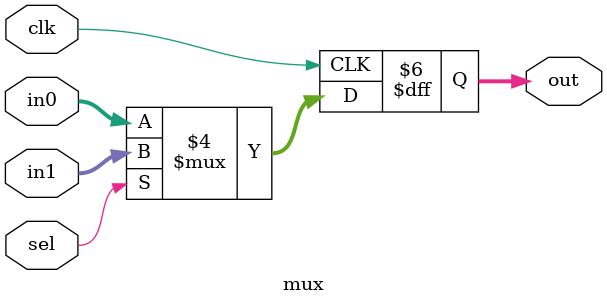
<source format=v>



module mux(in0, in1, sel, out, clk);
	input [31:0] in1, in0;
	input sel, clk;
	output reg [31:0] out;
	
	always @ (negedge clk)
	begin
		if (sel == 0)
			out <= in0;
		else
			out <= in1;
	end
endmodule

</source>
